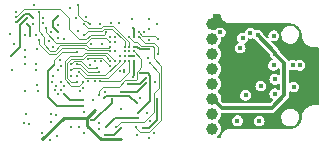
<source format=gbr>
%TF.GenerationSoftware,KiCad,Pcbnew,(7.0.0)*%
%TF.CreationDate,2023-07-05T17:24:14-07:00*%
%TF.ProjectId,Miniscope-v4-Wire-Free,4d696e69-7363-46f7-9065-2d76342d5769,rev?*%
%TF.SameCoordinates,Original*%
%TF.FileFunction,Copper,L5,Inr*%
%TF.FilePolarity,Positive*%
%FSLAX46Y46*%
G04 Gerber Fmt 4.6, Leading zero omitted, Abs format (unit mm)*
G04 Created by KiCad (PCBNEW (7.0.0)) date 2023-07-05 17:24:14*
%MOMM*%
%LPD*%
G01*
G04 APERTURE LIST*
%TA.AperFunction,ComponentPad*%
%ADD10C,1.000000*%
%TD*%
%TA.AperFunction,ViaPad*%
%ADD11C,0.304800*%
%TD*%
%TA.AperFunction,ViaPad*%
%ADD12C,0.254000*%
%TD*%
%TA.AperFunction,ViaPad*%
%ADD13C,0.400000*%
%TD*%
%TA.AperFunction,Conductor*%
%ADD14C,0.152400*%
%TD*%
%TA.AperFunction,Conductor*%
%ADD15C,0.101600*%
%TD*%
%TA.AperFunction,Conductor*%
%ADD16C,0.304800*%
%TD*%
%TA.AperFunction,Conductor*%
%ADD17C,0.254000*%
%TD*%
G04 APERTURE END LIST*
D10*
%TO.N,+3V3*%
%TO.C,J21*%
X97000000Y-60055000D03*
%TD*%
%TO.N,/I2C_BB_SCL*%
%TO.C,J22*%
X97000000Y-61325000D03*
%TD*%
%TO.N,/IR_REC*%
%TO.C,J24*%
X97000000Y-63865000D03*
%TD*%
%TO.N,/I_LED*%
%TO.C,J25*%
X97000000Y-65135000D03*
%TD*%
%TO.N,+1V8*%
%TO.C,J26*%
X97000000Y-66405000D03*
%TD*%
%TO.N,/nON*%
%TO.C,J27*%
X97000000Y-67675000D03*
%TD*%
%TO.N,/I2C_BB_SDA*%
%TO.C,J23*%
X97000000Y-62595000D03*
%TD*%
%TO.N,GND*%
%TO.C,J12*%
X97000000Y-68945000D03*
%TD*%
D11*
%TO.N,Net-(U1-FB1)*%
X87808100Y-66367500D03*
D12*
X90601400Y-66808300D03*
D11*
%TO.N,Net-(U1-FB2)*%
X90857000Y-66367500D03*
%TO.N,Net-(D2-K)*%
X82191800Y-65254200D03*
D12*
X84960400Y-58701000D03*
X84960400Y-58701000D03*
D11*
%TO.N,Net-(U1-SW1)*%
X87945402Y-69462600D03*
D12*
X89280600Y-68903800D03*
D11*
%TO.N,Net-(U1-SW2)*%
X90614100Y-69513400D03*
%TO.N,Net-(U6B-VSW)*%
X91615200Y-61410790D03*
D12*
%TO.N,Net-(Q2-B)*%
X86630160Y-60112368D03*
X85620800Y-58472400D03*
D11*
%TO.N,Net-(U1-PROG)*%
X87449600Y-68480000D03*
D12*
%TO.N,Net-(U1-HPWR)*%
X88491000Y-66473400D03*
X86738400Y-68213300D03*
D11*
%TO.N,GND*%
X81051000Y-68497400D03*
X83349700Y-68357700D03*
X85474133Y-59612893D03*
X81114500Y-65779600D03*
X92060200Y-69335600D03*
D13*
X99140000Y-68270000D03*
X102200000Y-63590000D03*
D11*
X83957611Y-64010396D03*
D13*
X103820000Y-63550000D03*
X100980000Y-68300000D03*
D11*
X83210000Y-61537800D03*
D13*
X102210000Y-61070000D03*
X99819400Y-66125600D03*
D11*
X81571700Y-61131400D03*
X83556203Y-64504598D03*
X86446800Y-64941400D03*
X83932200Y-66033600D03*
D13*
X99370000Y-62120000D03*
X104410000Y-63580000D03*
D11*
X86131000Y-67544900D03*
X82625800Y-69275800D03*
X85032200Y-68810200D03*
X82090200Y-63476200D03*
X91615200Y-69707000D03*
X83946500Y-60170600D03*
X88417000Y-59963000D03*
X83819600Y-69551500D03*
X81889200Y-58464400D03*
X85722400Y-68835600D03*
X81127200Y-62274400D03*
X89318700Y-67316300D03*
X90282200Y-64535000D03*
X82079700Y-63988900D03*
D12*
X89982200Y-62398200D03*
X88782200Y-62398200D03*
X81317700Y-60077300D03*
X89982200Y-62398200D03*
X88782200Y-62398200D03*
X90382200Y-63198200D03*
D11*
%TO.N,/SD_DAT2*%
X79844500Y-60890100D03*
%TO.N,/SD_DAT3*%
X80187400Y-61741000D03*
%TO.N,/SD_DAT0*%
X82067000Y-61017100D03*
%TO.N,/SD_CMD*%
X79971500Y-62769700D03*
D12*
X81305000Y-59569300D03*
D11*
%TO.N,/SD_CLK*%
X81130607Y-61000993D03*
%TO.N,/SD_DAT1*%
X80352500Y-59937600D03*
D12*
X81813000Y-59582000D03*
D11*
%TO.N,/USB_VBUS*%
X86933200Y-66502800D03*
%TO.N,/SWCLK*%
X86154200Y-60123400D03*
D12*
X89982200Y-61998200D03*
D11*
%TO.N,/SWDIO*%
X86116600Y-61029800D03*
D12*
X89582200Y-61998200D03*
D11*
%TO.N,+1V8*%
X91676198Y-62223610D03*
D13*
X100860800Y-61045600D03*
D11*
X81508200Y-68522800D03*
X81114500Y-63447200D03*
X82706100Y-60017900D03*
X91676174Y-59683600D03*
X84465600Y-66006475D03*
X84160800Y-63595200D03*
X88021597Y-68785053D03*
X82143200Y-62210900D03*
X91145275Y-68904400D03*
D13*
X102350000Y-62640000D03*
D11*
X85664425Y-60683005D03*
X87920000Y-65805000D03*
D12*
X86726200Y-61766400D03*
X89182200Y-62798200D03*
X90383800Y-62798200D03*
X86054800Y-66490800D03*
X92330200Y-66405000D03*
X89182200Y-62798200D03*
X86726200Y-61766400D03*
X90730600Y-68021100D03*
X90382200Y-61998200D03*
X89982200Y-62798200D03*
D11*
%TO.N,/SPI1_MOSI*%
X83451300Y-64966800D03*
D12*
X88782200Y-61198200D03*
X88782200Y-61198200D03*
D11*
%TO.N,/SPI1_MISO*%
X83787717Y-65298375D03*
D12*
X88382200Y-61198200D03*
X88382200Y-61198200D03*
%TO.N,/SPI1_SCK*%
X88782200Y-61598200D03*
X85787754Y-65731537D03*
X88782200Y-61598200D03*
X85787754Y-65731537D03*
%TO.N,/SPI1_NSS*%
X87640600Y-61791800D03*
X86052254Y-65490537D03*
X87640600Y-61791800D03*
D11*
%TO.N,/SDMMC1_D0*%
X82884880Y-60430360D03*
D12*
X88382200Y-61598200D03*
D11*
%TO.N,/SDMMC1_D1*%
X83982160Y-61273640D03*
X82675813Y-59581213D03*
%TO.N,/SDMMC1_D3*%
X80365202Y-59074000D03*
X84454600Y-61359968D03*
%TO.N,/SDMMC1_CMD*%
X80377900Y-59505800D03*
D12*
X87982200Y-60798200D03*
%TO.N,/SDMMC1_D2*%
X82309000Y-59073300D03*
X88382200Y-61998200D03*
D11*
%TO.N,/SDMMC1_CK*%
X82346400Y-61461600D03*
D12*
X88382200Y-62398200D03*
D11*
%TO.N,+3V3*%
X83946500Y-60720600D03*
X81216100Y-67684600D03*
D13*
X99133600Y-65490600D03*
D11*
X80035000Y-63950800D03*
X81114500Y-62833200D03*
X91424700Y-64644610D03*
X83792000Y-67802000D03*
X82259295Y-65741708D03*
X83311500Y-60720600D03*
D13*
X98930400Y-61020200D03*
D11*
X83652687Y-65681699D03*
D12*
X81813000Y-60077300D03*
X83946600Y-59416900D03*
X83551200Y-61995000D03*
X92365000Y-60039200D03*
D11*
X83300000Y-69880000D03*
D12*
X83946600Y-59416900D03*
X89901200Y-65144600D03*
X83551200Y-61995000D03*
X92365000Y-60039200D03*
X81813000Y-60077300D03*
D13*
%TO.N,/EWL_1*%
X102300000Y-65990000D03*
%TO.N,/EWL_2*%
X102299996Y-64770000D03*
D11*
%TO.N,/LED_PWM*%
X91245317Y-60771100D03*
%TO.N,VDC*%
X89307600Y-69800400D03*
X82625800Y-69830900D03*
X87043200Y-67349700D03*
%TO.N,/ENT*%
X90290855Y-60437692D03*
D12*
X90380880Y-61198200D03*
D11*
%TO.N,/VDD_PIX*%
X85546000Y-64489600D03*
X83627400Y-63519002D03*
D12*
X85546800Y-62490300D03*
X86046000Y-66989600D03*
D11*
%TO.N,/VDDA*%
X89129800Y-60025800D03*
%TO.N,/RESET_N*%
X84480000Y-65346075D03*
X86614267Y-63531700D03*
%TO.N,/TRIGGER0*%
X84165513Y-65676275D03*
X87550000Y-63250000D03*
%TO.N,/MONITOR0*%
X83330000Y-67690000D03*
D12*
X87475000Y-60072600D03*
X87475000Y-60072600D03*
D11*
%TO.N,/BAT+*%
X86125873Y-69346527D03*
D13*
%TO.N,/IR_REC*%
X101110000Y-65340000D03*
D11*
%TO.N,/XIN32*%
X91628400Y-60466300D03*
%TO.N,/XOUT32*%
X90167400Y-59640800D03*
%TO.N,/VDDCORE*%
X91589800Y-62993600D03*
%TO.N,/nRESET*%
X87437400Y-66084400D03*
D12*
X90382200Y-62398200D03*
D11*
%TO.N,/CLK1_OUT*%
X84150000Y-63150000D03*
X87058100Y-63224392D03*
D12*
%TO.N,/PCC_DEN2*%
X88382200Y-63198200D03*
X85546800Y-64992200D03*
%TO.N,/PCC_DATA0*%
X88382200Y-63598200D03*
X86471360Y-63041480D03*
%TO.N,/PCC_DEN1*%
X88782200Y-63198200D03*
X86046000Y-64989600D03*
%TO.N,/PCC_DATA1*%
X87250000Y-63836500D03*
X85046000Y-63489600D03*
%TO.N,/PCC_DATA3*%
X85045999Y-63988900D03*
X89182200Y-63198200D03*
%TO.N,/PCC_DATA2*%
X87423389Y-64153977D03*
X85546800Y-63493600D03*
%TO.N,/PCC_DATA5*%
X89153600Y-64042800D03*
X89582200Y-62798200D03*
X89153600Y-64042800D03*
X89582200Y-62798200D03*
%TO.N,/PCC_DATA4*%
X89582200Y-63198200D03*
X85724600Y-64141300D03*
D11*
%TO.N,/ADC0*%
X90536200Y-68776800D03*
D12*
X89982200Y-61198200D03*
D11*
%TO.N,/PCC_DATA7*%
X84175200Y-65002360D03*
D12*
X87462800Y-64921080D03*
X89982200Y-63198200D03*
%TO.N,/PCC_DATA6*%
X85048960Y-64494360D03*
X87056400Y-64916000D03*
X87056400Y-64916000D03*
X85048960Y-64494360D03*
D13*
%TO.N,/I2C_BB_SDA*%
X100238009Y-60867800D03*
D12*
X90782200Y-61198200D03*
X92381000Y-62595000D03*
D13*
%TO.N,/I2C_BB_SCL*%
X99565419Y-61285419D03*
D12*
X92402600Y-61317200D03*
X90782200Y-60798200D03*
D13*
%TO.N,/I_LED*%
X103900000Y-65410000D03*
D11*
X92123196Y-65025600D03*
%TO.N,/UART_RX*%
X91704600Y-68319600D03*
D12*
X89557454Y-64106237D03*
X89547946Y-64013589D03*
D11*
%TO.N,/UART_TX*%
X91441871Y-67629458D03*
D12*
X89582200Y-62398200D03*
X89582200Y-62398200D03*
D11*
%TO.N,/SD_DET*%
X86281200Y-59488402D03*
D12*
%TO.N,/PUSH_BUT_MCU*%
X89280600Y-65863790D03*
X91424700Y-65093500D03*
D13*
%TO.N,/nON*%
X97700000Y-60740000D03*
D12*
%TO.N,/3V3_EN*%
X90730600Y-67621100D03*
X90917200Y-64255600D03*
D11*
%TO.N,/nCHRG*%
X88872000Y-68810200D03*
X87398800Y-68962600D03*
D12*
X91692116Y-63424684D03*
%TD*%
D14*
%TO.N,Net-(U1-FB1)*%
X90601400Y-66808300D02*
X90601400Y-66782900D01*
X88007000Y-66168600D02*
X87808100Y-66367500D01*
X90601400Y-66782900D02*
X89987100Y-66168600D01*
X89987100Y-66168600D02*
X88007000Y-66168600D01*
%TO.N,Net-(U1-SW1)*%
X89280600Y-68903800D02*
X88721800Y-69462600D01*
X88721800Y-69462600D02*
X87945402Y-69462600D01*
D15*
%TO.N,Net-(Q2-B)*%
X86160291Y-59818599D02*
X86336391Y-59818599D01*
X85620800Y-58472400D02*
X85620800Y-59279108D01*
X86336391Y-59818599D02*
X86630160Y-60112368D01*
X85620800Y-59279108D02*
X86160291Y-59818599D01*
D14*
%TO.N,Net-(U1-HPWR)*%
X86743100Y-68218000D02*
X86738400Y-68213300D01*
X87031000Y-68218000D02*
X86743100Y-68218000D01*
X88491000Y-66473400D02*
X88491000Y-66758000D01*
X88491000Y-66758000D02*
X87031000Y-68218000D01*
%TO.N,GND*%
X90382200Y-63198200D02*
X90382200Y-64435000D01*
X81317700Y-60077300D02*
X81571700Y-60331300D01*
X81571700Y-60331300D02*
X81571700Y-61131400D01*
X90382200Y-64435000D02*
X90282200Y-64535000D01*
%TO.N,/SD_CMD*%
X79971500Y-62755300D02*
X79971500Y-62769700D01*
X80708100Y-62018700D02*
X79971500Y-62755300D01*
X81305000Y-59569300D02*
X80708100Y-60166200D01*
X80708100Y-60166200D02*
X80708100Y-62018700D01*
%TO.N,/SD_DAT1*%
X80485594Y-59937600D02*
X80352500Y-59937600D01*
X81495499Y-59264499D02*
X81158695Y-59264499D01*
X81158695Y-59264499D02*
X80485594Y-59937600D01*
X81813000Y-59582000D02*
X81495499Y-59264499D01*
D15*
%TO.N,/SWCLK*%
X87767600Y-60267800D02*
X87615200Y-60420200D01*
X86451000Y-60420200D02*
X86154200Y-60123400D01*
X87615200Y-60420200D02*
X86451000Y-60420200D01*
X89982200Y-61998200D02*
X89982200Y-61644200D01*
X89982200Y-61644200D02*
X88605800Y-60267800D01*
X88605800Y-60267800D02*
X87767600Y-60267800D01*
%TO.N,/SWDIO*%
X89582200Y-61554143D02*
X88524457Y-60496400D01*
X89582200Y-61998200D02*
X89582200Y-61554143D01*
X87843800Y-60496400D02*
X87640600Y-60699600D01*
X88524457Y-60496400D02*
X87843800Y-60496400D01*
X87640600Y-60699600D02*
X86472200Y-60699600D01*
X86142000Y-61029800D02*
X86116600Y-61029800D01*
X86472200Y-60699600D02*
X86142000Y-61029800D01*
D16*
%TO.N,+1V8*%
X102350000Y-62534800D02*
X102350000Y-62640000D01*
X100860800Y-61045600D02*
X102350000Y-62534800D01*
D14*
X90843512Y-62223610D02*
X91676198Y-62223610D01*
D16*
X97795000Y-67200000D02*
X97279010Y-66684010D01*
X103120000Y-66100000D02*
X102020000Y-67200000D01*
D14*
X86054800Y-66490800D02*
X84949925Y-66490800D01*
D16*
X102350000Y-62640000D02*
X103120000Y-63410000D01*
D14*
X90618102Y-61998200D02*
X90843512Y-62223610D01*
X92330200Y-66405000D02*
X92330200Y-68182698D01*
D16*
X103120000Y-63410000D02*
X103120000Y-66100000D01*
D14*
X88785550Y-68021100D02*
X88021597Y-68785053D01*
X92330200Y-68182698D02*
X91608498Y-68904400D01*
X84949925Y-66490800D02*
X84465600Y-66006475D01*
X90383800Y-62798200D02*
X89982200Y-62798200D01*
X90382200Y-61998200D02*
X90618102Y-61998200D01*
D16*
X102020000Y-67200000D02*
X97795000Y-67200000D01*
D14*
X91608498Y-68904400D02*
X91145275Y-68904400D01*
X90730600Y-68021100D02*
X88785550Y-68021100D01*
D16*
X97279010Y-66684010D02*
X97279010Y-66405000D01*
D15*
%TO.N,/SDMMC1_D0*%
X88042400Y-61258400D02*
X86751600Y-61258400D01*
X88382200Y-61598200D02*
X88042400Y-61258400D01*
X82884880Y-60757646D02*
X82884880Y-60430360D01*
X83792012Y-61664778D02*
X82884880Y-60757646D01*
X86345222Y-61664778D02*
X83792012Y-61664778D01*
X86751600Y-61258400D02*
X86345222Y-61664778D01*
X88382200Y-61598200D02*
X88377578Y-61593578D01*
%TO.N,/SDMMC1_CMD*%
X84897400Y-60521800D02*
X85761000Y-61385400D01*
X84897400Y-59556600D02*
X84897400Y-60521800D01*
X86700800Y-60979000D02*
X87801400Y-60979000D01*
X86294400Y-61385400D02*
X86700800Y-60979000D01*
X85761000Y-61385400D02*
X86294400Y-61385400D01*
X87801400Y-60979000D02*
X87982200Y-60798200D01*
X80377900Y-59505800D02*
X81089801Y-58793899D01*
X81089801Y-58793899D02*
X84134699Y-58793899D01*
X84134699Y-58793899D02*
X84897400Y-59556600D01*
%TO.N,/SDMMC1_D2*%
X86545839Y-62106739D02*
X88273661Y-62106739D01*
X82778200Y-61806200D02*
X83297200Y-62325200D01*
X82309000Y-60702840D02*
X82778200Y-61172040D01*
X82309000Y-59073300D02*
X82309000Y-60702840D01*
X88273661Y-62106739D02*
X88382200Y-61998200D01*
X83297200Y-62325200D02*
X83678200Y-62325200D01*
X82778200Y-61172040D02*
X82778200Y-61806200D01*
X86307089Y-61867989D02*
X86545839Y-62106739D01*
X83678200Y-62325200D02*
X84135411Y-61867989D01*
X84135411Y-61867989D02*
X86307089Y-61867989D01*
%TO.N,/SDMMC1_CK*%
X86167400Y-62071200D02*
X86406150Y-62309950D01*
X84287800Y-62071200D02*
X86167400Y-62071200D01*
X83779800Y-62579200D02*
X84287800Y-62071200D01*
X86406150Y-62309950D02*
X88181332Y-62309950D01*
X88269582Y-62398200D02*
X88382200Y-62398200D01*
X82346400Y-61780800D02*
X83144800Y-62579200D01*
X83144800Y-62579200D02*
X83779800Y-62579200D01*
X82346400Y-61461600D02*
X82346400Y-61780800D01*
X88181332Y-62309950D02*
X88269582Y-62398200D01*
D14*
%TO.N,+3V3*%
X97902200Y-60344000D02*
X97289000Y-60344000D01*
X91366390Y-64644610D02*
X91424700Y-64644610D01*
X83525800Y-59837700D02*
X83946600Y-59416900D01*
X83946500Y-60720600D02*
X83525800Y-60299900D01*
X98930400Y-61020200D02*
X98578400Y-61020200D01*
X89901200Y-65144600D02*
X90866400Y-65144600D01*
X90866400Y-65144600D02*
X91366390Y-64644610D01*
X83525800Y-60299900D02*
X83525800Y-59837700D01*
X98578400Y-61020200D02*
X97902200Y-60344000D01*
X97289000Y-60344000D02*
X97202810Y-60257810D01*
X97202810Y-60257810D02*
X97202810Y-60055000D01*
D17*
%TO.N,VDC*%
X87043200Y-67349700D02*
X86382799Y-68010101D01*
X86382799Y-68010101D02*
X86382799Y-68688281D01*
X87546119Y-69851601D02*
X89256399Y-69851601D01*
X84446599Y-68010101D02*
X86382799Y-68010101D01*
X86382799Y-68688281D02*
X87546119Y-69851601D01*
X82625800Y-69830900D02*
X84446599Y-68010101D01*
X89256399Y-69851601D02*
X89307600Y-69800400D01*
D14*
%TO.N,/ENT*%
X90380880Y-61198200D02*
X90380880Y-60527717D01*
X90380880Y-60527717D02*
X90290855Y-60437692D01*
D15*
%TO.N,/VDD_PIX*%
X84249700Y-62490300D02*
X83627400Y-63112600D01*
X85546800Y-62490300D02*
X84249700Y-62490300D01*
D14*
X83872200Y-66989600D02*
X83121099Y-66238499D01*
X83121099Y-66238499D02*
X83121099Y-64025303D01*
D15*
X83627400Y-63112600D02*
X83627400Y-63519002D01*
D14*
X86046000Y-66989600D02*
X83872200Y-66989600D01*
X83121099Y-64025303D02*
X83627400Y-63519002D01*
D15*
%TO.N,/nRESET*%
X91005600Y-63021600D02*
X91005600Y-63760800D01*
X90382200Y-62398200D02*
X91005600Y-63021600D01*
X90536200Y-64839800D02*
X89647200Y-64839800D01*
X91005600Y-63760800D02*
X90794901Y-63971499D01*
X89647200Y-64839800D02*
X89067700Y-65419300D01*
X90637800Y-64738200D02*
X90536200Y-64839800D01*
X87437400Y-65728800D02*
X87437400Y-66084400D01*
X89067700Y-65419300D02*
X87746900Y-65419300D01*
X87746900Y-65419300D02*
X87437400Y-65728800D01*
X90787787Y-63971499D02*
X90637800Y-64121486D01*
X90794901Y-63971499D02*
X90787787Y-63971499D01*
X90637800Y-64121486D02*
X90637800Y-64738200D01*
%TO.N,/PCC_DEN2*%
X86091211Y-63010989D02*
X85075211Y-63010989D01*
X86385829Y-62716371D02*
X86091211Y-63010989D01*
X85075211Y-63010989D02*
X84745000Y-63341200D01*
X88382200Y-63198200D02*
X87900371Y-62716371D01*
X84745000Y-63341200D02*
X84745000Y-64687400D01*
X84745000Y-64687400D02*
X85049800Y-64992200D01*
X85049800Y-64992200D02*
X85546800Y-64992200D01*
X87900371Y-62716371D02*
X86385829Y-62716371D01*
%TO.N,/PCC_DATA0*%
X88382200Y-63598200D02*
X87703582Y-62919582D01*
X87703582Y-62919582D02*
X86593258Y-62919582D01*
X86593258Y-62919582D02*
X86471360Y-63041480D01*
%TO.N,/PCC_DEN1*%
X85710200Y-65322400D02*
X86043000Y-64989600D01*
X85964222Y-62807778D02*
X84948222Y-62807778D01*
X85074780Y-65322400D02*
X85710200Y-65322400D01*
X86043000Y-64989600D02*
X86046000Y-64989600D01*
X88782200Y-63198200D02*
X88097160Y-62513160D01*
X84948222Y-62807778D02*
X84530800Y-63225200D01*
X84530800Y-63225200D02*
X84530800Y-64778420D01*
X84530800Y-64778420D02*
X85074780Y-65322400D01*
X86258840Y-62513160D02*
X85964222Y-62807778D01*
X88097160Y-62513160D02*
X86258840Y-62513160D01*
%TO.N,/PCC_DATA1*%
X86486500Y-63836500D02*
X87250000Y-63836500D01*
X85046000Y-63489600D02*
X85321401Y-63214199D01*
X85321401Y-63214199D02*
X85864199Y-63214199D01*
X85864199Y-63214199D02*
X86486500Y-63836500D01*
%TO.N,/PCC_DATA3*%
X86433387Y-64433387D02*
X87947013Y-64433387D01*
X85823800Y-63823800D02*
X86433387Y-64433387D01*
X85211099Y-63823800D02*
X85823800Y-63823800D01*
X87947013Y-64433387D02*
X89182200Y-63198200D01*
X85045999Y-63988900D02*
X85211099Y-63823800D01*
%TO.N,/PCC_DATA2*%
X85546800Y-63493600D02*
X85793600Y-63493600D01*
X85793600Y-63493600D02*
X86453977Y-64153977D01*
X86453977Y-64153977D02*
X87423389Y-64153977D01*
%TO.N,/PCC_DATA4*%
X86219898Y-64636598D02*
X88143802Y-64636598D01*
X88143802Y-64636598D02*
X89582200Y-63198200D01*
X85724600Y-64141300D02*
X86219898Y-64636598D01*
%TO.N,/ADC0*%
X92034800Y-62987494D02*
X92682000Y-63634694D01*
X92682000Y-63634694D02*
X92682000Y-68231200D01*
X90536200Y-68878400D02*
X90536200Y-68776800D01*
X90661306Y-61614000D02*
X90966116Y-61918810D01*
X92682000Y-68231200D02*
X91653800Y-69259400D01*
X90966116Y-61918810D02*
X91925228Y-61918810D01*
X89982200Y-61198200D02*
X90398000Y-61614000D01*
X92034800Y-62028382D02*
X92034800Y-62987494D01*
X91925228Y-61918810D02*
X92034800Y-62028382D01*
X90398000Y-61614000D02*
X90661306Y-61614000D01*
X91653800Y-69259400D02*
X90917200Y-69259400D01*
X90917200Y-69259400D02*
X90536200Y-68878400D01*
%TO.N,/PCC_DATA7*%
X89982200Y-63198200D02*
X89982200Y-64149200D01*
X89982200Y-64149200D02*
X89210320Y-64921080D01*
X89210320Y-64921080D02*
X87462800Y-64921080D01*
%TO.N,/I2C_BB_SDA*%
X92381000Y-62011000D02*
X92085600Y-61715600D01*
X91299600Y-61715600D02*
X90782200Y-61198200D01*
X92085600Y-61715600D02*
X91299600Y-61715600D01*
X92381000Y-62595000D02*
X92381000Y-62011000D01*
X90857000Y-61198200D02*
X90782200Y-61198200D01*
%TO.N,/I2C_BB_SCL*%
X92161301Y-61075901D02*
X91059901Y-61075901D01*
X92402600Y-61317200D02*
X92161301Y-61075901D01*
X91059901Y-61075901D02*
X90782200Y-60798200D01*
D14*
%TO.N,/PUSH_BUT_MCU*%
X90654410Y-65863790D02*
X91424700Y-65093500D01*
X89280600Y-65863790D02*
X90654410Y-65863790D01*
%TO.N,/3V3_EN*%
X90730600Y-67621100D02*
X91767599Y-66584101D01*
X91767599Y-66584101D02*
X91767599Y-64450501D01*
X91767599Y-64450501D02*
X91572698Y-64255600D01*
X91572698Y-64255600D02*
X90917200Y-64255600D01*
D15*
%TO.N,/nCHRG*%
X92466600Y-64199168D02*
X92466600Y-65500200D01*
X91192222Y-68380872D02*
X89301328Y-68380872D01*
X91692116Y-63424684D02*
X92466600Y-64199168D01*
X89301328Y-68380872D02*
X88872000Y-68810200D01*
X92034800Y-65932000D02*
X92034800Y-67538294D01*
X92466600Y-65500200D02*
X92034800Y-65932000D01*
X92034800Y-67538294D02*
X91192222Y-68380872D01*
%TD*%
%TA.AperFunction,Conductor*%
%TO.N,+3V3*%
G36*
X97700370Y-59292570D02*
G01*
X97726419Y-59336029D01*
X97737422Y-59391343D01*
X97754302Y-59476205D01*
X97812761Y-59617337D01*
X97897630Y-59744352D01*
X98005648Y-59852370D01*
X98132663Y-59937239D01*
X98273795Y-59995698D01*
X98423620Y-60025500D01*
X98494928Y-60025500D01*
X98500000Y-60025500D01*
X98508285Y-60025500D01*
X103591715Y-60025500D01*
X103596715Y-60025500D01*
X103603268Y-60025785D01*
X103762668Y-60039731D01*
X103775569Y-60042006D01*
X103926957Y-60082570D01*
X103939255Y-60087047D01*
X104081290Y-60153279D01*
X104092635Y-60159828D01*
X104220699Y-60249500D01*
X104221009Y-60249717D01*
X104231050Y-60258143D01*
X104341856Y-60368949D01*
X104350282Y-60378990D01*
X104422039Y-60481470D01*
X104440168Y-60507360D01*
X104446722Y-60518712D01*
X104459258Y-60545595D01*
X104503707Y-60640918D01*
X104512948Y-60660734D01*
X104517431Y-60673049D01*
X104525969Y-60704912D01*
X104557992Y-60824426D01*
X104560268Y-60837335D01*
X104574214Y-60996731D01*
X104574500Y-61003285D01*
X104574500Y-61089720D01*
X104575070Y-61092954D01*
X104575071Y-61092962D01*
X104605090Y-61263202D01*
X104605660Y-61266433D01*
X104606780Y-61269512D01*
X104606781Y-61269513D01*
X104665907Y-61431964D01*
X104665910Y-61431971D01*
X104667031Y-61435050D01*
X104668670Y-61437889D01*
X104668673Y-61437895D01*
X104755108Y-61587604D01*
X104756751Y-61590449D01*
X104758861Y-61592963D01*
X104758862Y-61592965D01*
X104848833Y-61700189D01*
X104872092Y-61727908D01*
X105009551Y-61843249D01*
X105012394Y-61844890D01*
X105012395Y-61844891D01*
X105067399Y-61876648D01*
X105164950Y-61932969D01*
X105333567Y-61994340D01*
X105510280Y-62025500D01*
X105513569Y-62025500D01*
X105924800Y-62025500D01*
X105962400Y-62035575D01*
X105989925Y-62063100D01*
X106000000Y-62100700D01*
X106000000Y-66899300D01*
X105989925Y-66936900D01*
X105962400Y-66964425D01*
X105924800Y-66974500D01*
X105608285Y-66974500D01*
X105600000Y-66974500D01*
X105510280Y-66974500D01*
X105507046Y-66975070D01*
X105507037Y-66975071D01*
X105336797Y-67005090D01*
X105336792Y-67005091D01*
X105333567Y-67005660D01*
X105330489Y-67006779D01*
X105330486Y-67006781D01*
X105168035Y-67065907D01*
X105168023Y-67065912D01*
X105164950Y-67067031D01*
X105162114Y-67068668D01*
X105162104Y-67068673D01*
X105012395Y-67155108D01*
X105012386Y-67155113D01*
X105009551Y-67156751D01*
X105007041Y-67158856D01*
X105007034Y-67158862D01*
X104874602Y-67269985D01*
X104874596Y-67269990D01*
X104872092Y-67272092D01*
X104869990Y-67274596D01*
X104869985Y-67274602D01*
X104758862Y-67407034D01*
X104758856Y-67407041D01*
X104756751Y-67409551D01*
X104755113Y-67412386D01*
X104755108Y-67412395D01*
X104668673Y-67562104D01*
X104668668Y-67562114D01*
X104667031Y-67564950D01*
X104665912Y-67568023D01*
X104665907Y-67568035D01*
X104616089Y-67704912D01*
X104605660Y-67733567D01*
X104605091Y-67736792D01*
X104605090Y-67736797D01*
X104575071Y-67907037D01*
X104575070Y-67907046D01*
X104574500Y-67910280D01*
X104574500Y-67913569D01*
X104574500Y-67996715D01*
X104574214Y-68003269D01*
X104560268Y-68162664D01*
X104557992Y-68175573D01*
X104517432Y-68326947D01*
X104512948Y-68339265D01*
X104446722Y-68481287D01*
X104440168Y-68492639D01*
X104350282Y-68621009D01*
X104341856Y-68631050D01*
X104231050Y-68741856D01*
X104221009Y-68750282D01*
X104092639Y-68840168D01*
X104081287Y-68846722D01*
X103939265Y-68912948D01*
X103926947Y-68917432D01*
X103775573Y-68957992D01*
X103762664Y-68960268D01*
X103603269Y-68974214D01*
X103596715Y-68974500D01*
X98508285Y-68974500D01*
X98500000Y-68974500D01*
X98423620Y-68974500D01*
X98419995Y-68975220D01*
X98419995Y-68975221D01*
X98277414Y-69003582D01*
X98277412Y-69003582D01*
X98273795Y-69004302D01*
X98270392Y-69005711D01*
X98270387Y-69005713D01*
X98136075Y-69061347D01*
X98136069Y-69061350D01*
X98132663Y-69062761D01*
X98129592Y-69064812D01*
X98129588Y-69064815D01*
X98008717Y-69145579D01*
X98008714Y-69145580D01*
X98005648Y-69147630D01*
X98003041Y-69150236D01*
X98003036Y-69150241D01*
X97900241Y-69253036D01*
X97900236Y-69253041D01*
X97897630Y-69255648D01*
X97895580Y-69258714D01*
X97895579Y-69258717D01*
X97814815Y-69379588D01*
X97814812Y-69379592D01*
X97812761Y-69382663D01*
X97811350Y-69386069D01*
X97811347Y-69386075D01*
X97755713Y-69520387D01*
X97755711Y-69520392D01*
X97754302Y-69523795D01*
X97753582Y-69527412D01*
X97753582Y-69527414D01*
X97726419Y-69663971D01*
X97700370Y-69707430D01*
X97652664Y-69724500D01*
X97438606Y-69724500D01*
X97393387Y-69709386D01*
X97366345Y-69670118D01*
X97368350Y-69622482D01*
X97398597Y-69585626D01*
X97407338Y-69580133D01*
X97473400Y-69538624D01*
X97593624Y-69418400D01*
X97684082Y-69274437D01*
X97740237Y-69113954D01*
X97759274Y-68945000D01*
X97740237Y-68776046D01*
X97684082Y-68615563D01*
X97593624Y-68471600D01*
X97485198Y-68363174D01*
X97465734Y-68329463D01*
X97465734Y-68290537D01*
X97477592Y-68270000D01*
X98680826Y-68270000D01*
X98681591Y-68275321D01*
X98698660Y-68394042D01*
X98698661Y-68394047D01*
X98699426Y-68399364D01*
X98701659Y-68404253D01*
X98701660Y-68404257D01*
X98751481Y-68513351D01*
X98751483Y-68513354D01*
X98753718Y-68518248D01*
X98839305Y-68617021D01*
X98857145Y-68628486D01*
X98932219Y-68676733D01*
X98949252Y-68687679D01*
X99074653Y-68724500D01*
X99199966Y-68724500D01*
X99205347Y-68724500D01*
X99330748Y-68687679D01*
X99440695Y-68617021D01*
X99526282Y-68518248D01*
X99580574Y-68399364D01*
X99594861Y-68300000D01*
X100520826Y-68300000D01*
X100521591Y-68305321D01*
X100538660Y-68424042D01*
X100538661Y-68424047D01*
X100539426Y-68429364D01*
X100541659Y-68434253D01*
X100541660Y-68434257D01*
X100591481Y-68543351D01*
X100591483Y-68543354D01*
X100593718Y-68548248D01*
X100679305Y-68647021D01*
X100683832Y-68649930D01*
X100778933Y-68711048D01*
X100789252Y-68717679D01*
X100914653Y-68754500D01*
X101039966Y-68754500D01*
X101045347Y-68754500D01*
X101170748Y-68717679D01*
X101280695Y-68647021D01*
X101366282Y-68548248D01*
X101420574Y-68429364D01*
X101439174Y-68300000D01*
X101420574Y-68170636D01*
X101366282Y-68051752D01*
X101359509Y-68043935D01*
X102845669Y-68043935D01*
X102846429Y-68048249D01*
X102846430Y-68048254D01*
X102875374Y-68212397D01*
X102876135Y-68216711D01*
X102877866Y-68220725D01*
X102877868Y-68220730D01*
X102943888Y-68373783D01*
X102943890Y-68373786D01*
X102945623Y-68377804D01*
X103050390Y-68518530D01*
X103184786Y-68631302D01*
X103341567Y-68710040D01*
X103512279Y-68750500D01*
X103641522Y-68750500D01*
X103643709Y-68750500D01*
X103774255Y-68735241D01*
X103939117Y-68675237D01*
X104085696Y-68578830D01*
X104206092Y-68451218D01*
X104293812Y-68299281D01*
X104344130Y-68131210D01*
X104354331Y-67956065D01*
X104323865Y-67783289D01*
X104254377Y-67622196D01*
X104149610Y-67481470D01*
X104102752Y-67442151D01*
X104018569Y-67371513D01*
X104018567Y-67371512D01*
X104015214Y-67368698D01*
X104011302Y-67366733D01*
X104011300Y-67366732D01*
X103862343Y-67291923D01*
X103862338Y-67291921D01*
X103858433Y-67289960D01*
X103854176Y-67288951D01*
X103691985Y-67250510D01*
X103691980Y-67250509D01*
X103687721Y-67249500D01*
X103556291Y-67249500D01*
X103554129Y-67249752D01*
X103554123Y-67249753D01*
X103430095Y-67264250D01*
X103430090Y-67264251D01*
X103425745Y-67264759D01*
X103421633Y-67266255D01*
X103421627Y-67266257D01*
X103264993Y-67323266D01*
X103264985Y-67323270D01*
X103260883Y-67324763D01*
X103257234Y-67327162D01*
X103257228Y-67327166D01*
X103117960Y-67418765D01*
X103117957Y-67418766D01*
X103114304Y-67421170D01*
X103111303Y-67424350D01*
X103111298Y-67424355D01*
X102996914Y-67545595D01*
X102996911Y-67545598D01*
X102993908Y-67548782D01*
X102991721Y-67552569D01*
X102991718Y-67552574D01*
X102908377Y-67696926D01*
X102908374Y-67696931D01*
X102906188Y-67700719D01*
X102904934Y-67704906D01*
X102904932Y-67704912D01*
X102857126Y-67864592D01*
X102857124Y-67864598D01*
X102855870Y-67868790D01*
X102855615Y-67873161D01*
X102855615Y-67873164D01*
X102845923Y-68039559D01*
X102845923Y-68039566D01*
X102845669Y-68043935D01*
X101359509Y-68043935D01*
X101280695Y-67952979D01*
X101276167Y-67950069D01*
X101175274Y-67885229D01*
X101175270Y-67885227D01*
X101170748Y-67882321D01*
X101165587Y-67880805D01*
X101165586Y-67880805D01*
X101050509Y-67847015D01*
X101050504Y-67847014D01*
X101045347Y-67845500D01*
X100914653Y-67845500D01*
X100909496Y-67847014D01*
X100909490Y-67847015D01*
X100794413Y-67880805D01*
X100794409Y-67880806D01*
X100789252Y-67882321D01*
X100784731Y-67885225D01*
X100784725Y-67885229D01*
X100683832Y-67950069D01*
X100683828Y-67950071D01*
X100679305Y-67952979D01*
X100675783Y-67957042D01*
X100675780Y-67957046D01*
X100597243Y-68047683D01*
X100597240Y-68047686D01*
X100593718Y-68051752D01*
X100591484Y-68056642D01*
X100591481Y-68056648D01*
X100541660Y-68165742D01*
X100541658Y-68165748D01*
X100539426Y-68170636D01*
X100538661Y-68175950D01*
X100538660Y-68175957D01*
X100525904Y-68264679D01*
X100520826Y-68300000D01*
X99594861Y-68300000D01*
X99599174Y-68270000D01*
X99580574Y-68140636D01*
X99526282Y-68021752D01*
X99440695Y-67922979D01*
X99415889Y-67907037D01*
X99335274Y-67855229D01*
X99335270Y-67855227D01*
X99330748Y-67852321D01*
X99325587Y-67850805D01*
X99325586Y-67850805D01*
X99210509Y-67817015D01*
X99210504Y-67817014D01*
X99205347Y-67815500D01*
X99074653Y-67815500D01*
X99069496Y-67817014D01*
X99069490Y-67817015D01*
X98954413Y-67850805D01*
X98954409Y-67850806D01*
X98949252Y-67852321D01*
X98944731Y-67855225D01*
X98944725Y-67855229D01*
X98843832Y-67920069D01*
X98843828Y-67920071D01*
X98839305Y-67922979D01*
X98835783Y-67927042D01*
X98835780Y-67927046D01*
X98757243Y-68017683D01*
X98757240Y-68017686D01*
X98753718Y-68021752D01*
X98751484Y-68026642D01*
X98751481Y-68026648D01*
X98701660Y-68135742D01*
X98701658Y-68135748D01*
X98699426Y-68140636D01*
X98698661Y-68145950D01*
X98698660Y-68145957D01*
X98687910Y-68220730D01*
X98680826Y-68270000D01*
X97477592Y-68270000D01*
X97485198Y-68256826D01*
X97529627Y-68212397D01*
X97593624Y-68148400D01*
X97684082Y-68004437D01*
X97740237Y-67843954D01*
X97759274Y-67675000D01*
X97760661Y-67675156D01*
X97768876Y-67644500D01*
X97796401Y-67616975D01*
X97834001Y-67606900D01*
X102078527Y-67606900D01*
X102084446Y-67606900D01*
X102109657Y-67598708D01*
X102121125Y-67595955D01*
X102147306Y-67591809D01*
X102170924Y-67579773D01*
X102181815Y-67575262D01*
X102207032Y-67567070D01*
X102228477Y-67551487D01*
X102238533Y-67545325D01*
X102262151Y-67533292D01*
X102353292Y-67442151D01*
X102353292Y-67442150D01*
X103430366Y-66365077D01*
X103430366Y-66365076D01*
X103453292Y-66342151D01*
X103465325Y-66318533D01*
X103471490Y-66308474D01*
X103483589Y-66291823D01*
X103483589Y-66291822D01*
X103487070Y-66287032D01*
X103495262Y-66261815D01*
X103499773Y-66250924D01*
X103511809Y-66227306D01*
X103515955Y-66201125D01*
X103518708Y-66189657D01*
X103526900Y-66164446D01*
X103526900Y-66035554D01*
X103526900Y-65848207D01*
X103537427Y-65809835D01*
X103566060Y-65782206D01*
X103604784Y-65773055D01*
X103642756Y-65784945D01*
X103683883Y-65811376D01*
X103709252Y-65827679D01*
X103834653Y-65864500D01*
X103959966Y-65864500D01*
X103965347Y-65864500D01*
X104090748Y-65827679D01*
X104200695Y-65757021D01*
X104286282Y-65658248D01*
X104340574Y-65539364D01*
X104359174Y-65410000D01*
X104340574Y-65280636D01*
X104286282Y-65161752D01*
X104200695Y-65062979D01*
X104196167Y-65060069D01*
X104095274Y-64995229D01*
X104095270Y-64995227D01*
X104090748Y-64992321D01*
X104085587Y-64990805D01*
X104085586Y-64990805D01*
X103970509Y-64957015D01*
X103970504Y-64957014D01*
X103965347Y-64955500D01*
X103834653Y-64955500D01*
X103829496Y-64957014D01*
X103829490Y-64957015D01*
X103714413Y-64990805D01*
X103714409Y-64990806D01*
X103709252Y-64992321D01*
X103704731Y-64995225D01*
X103704725Y-64995229D01*
X103642756Y-65035055D01*
X103604784Y-65046945D01*
X103566060Y-65037794D01*
X103537427Y-65010165D01*
X103526900Y-64971793D01*
X103526900Y-64037108D01*
X103542990Y-63990621D01*
X103584374Y-63964027D01*
X103629070Y-63968296D01*
X103629252Y-63967679D01*
X103754653Y-64004500D01*
X103879966Y-64004500D01*
X103885347Y-64004500D01*
X104010748Y-63967679D01*
X104051005Y-63941806D01*
X104091659Y-63929870D01*
X104132313Y-63941807D01*
X104219252Y-63997679D01*
X104344653Y-64034500D01*
X104469966Y-64034500D01*
X104475347Y-64034500D01*
X104600748Y-63997679D01*
X104710695Y-63927021D01*
X104796282Y-63828248D01*
X104850574Y-63709364D01*
X104869174Y-63580000D01*
X104850574Y-63450636D01*
X104796282Y-63331752D01*
X104710695Y-63232979D01*
X104706060Y-63230000D01*
X104605274Y-63165229D01*
X104605270Y-63165227D01*
X104600748Y-63162321D01*
X104595587Y-63160805D01*
X104595586Y-63160805D01*
X104480509Y-63127015D01*
X104480504Y-63127014D01*
X104475347Y-63125500D01*
X104344653Y-63125500D01*
X104339496Y-63127014D01*
X104339490Y-63127015D01*
X104224415Y-63160804D01*
X104224408Y-63160806D01*
X104219252Y-63162321D01*
X104214727Y-63165228D01*
X104214720Y-63165232D01*
X104178994Y-63188191D01*
X104138339Y-63200128D01*
X104097685Y-63188191D01*
X104030360Y-63144925D01*
X104010748Y-63132321D01*
X104005587Y-63130805D01*
X104005586Y-63130805D01*
X103890509Y-63097015D01*
X103890504Y-63097014D01*
X103885347Y-63095500D01*
X103754653Y-63095500D01*
X103749496Y-63097014D01*
X103749490Y-63097015D01*
X103634413Y-63130805D01*
X103634409Y-63130806D01*
X103629252Y-63132321D01*
X103624727Y-63135228D01*
X103624727Y-63135229D01*
X103550669Y-63182822D01*
X103515019Y-63194592D01*
X103478122Y-63187661D01*
X103453670Y-63167470D01*
X103453292Y-63167849D01*
X103430368Y-63144925D01*
X103430366Y-63144922D01*
X102795541Y-62510098D01*
X102780311Y-62488164D01*
X102770655Y-62467021D01*
X102736282Y-62391752D01*
X102732756Y-62387682D01*
X102732514Y-62387306D01*
X102724256Y-62369886D01*
X102717070Y-62347768D01*
X102701487Y-62326320D01*
X102695325Y-62316265D01*
X102685980Y-62297925D01*
X102683292Y-62292649D01*
X102592153Y-62201510D01*
X102592151Y-62201507D01*
X102028075Y-61637431D01*
X102006635Y-61593629D01*
X102016576Y-61545884D01*
X102053717Y-61514278D01*
X102102433Y-61512103D01*
X102144653Y-61524500D01*
X102269966Y-61524500D01*
X102275347Y-61524500D01*
X102400748Y-61487679D01*
X102510695Y-61417021D01*
X102596282Y-61318248D01*
X102650574Y-61199364D01*
X102669174Y-61070000D01*
X102665426Y-61043935D01*
X102845669Y-61043935D01*
X102846429Y-61048249D01*
X102846430Y-61048254D01*
X102873939Y-61204257D01*
X102876135Y-61216711D01*
X102877866Y-61220725D01*
X102877868Y-61220730D01*
X102943888Y-61373783D01*
X102943890Y-61373786D01*
X102945623Y-61377804D01*
X103050390Y-61518530D01*
X103184786Y-61631302D01*
X103341567Y-61710040D01*
X103512279Y-61750500D01*
X103641522Y-61750500D01*
X103643709Y-61750500D01*
X103774255Y-61735241D01*
X103939117Y-61675237D01*
X104085696Y-61578830D01*
X104206092Y-61451218D01*
X104293812Y-61299281D01*
X104344130Y-61131210D01*
X104354331Y-60956065D01*
X104323865Y-60783289D01*
X104254377Y-60622196D01*
X104149610Y-60481470D01*
X104146253Y-60478653D01*
X104018569Y-60371513D01*
X104018567Y-60371512D01*
X104015214Y-60368698D01*
X104011302Y-60366733D01*
X104011300Y-60366732D01*
X103862343Y-60291923D01*
X103862338Y-60291921D01*
X103858433Y-60289960D01*
X103854176Y-60288951D01*
X103691985Y-60250510D01*
X103691980Y-60250509D01*
X103687721Y-60249500D01*
X103556291Y-60249500D01*
X103554129Y-60249752D01*
X103554123Y-60249753D01*
X103430095Y-60264250D01*
X103430090Y-60264251D01*
X103425745Y-60264759D01*
X103421633Y-60266255D01*
X103421627Y-60266257D01*
X103264993Y-60323266D01*
X103264985Y-60323270D01*
X103260883Y-60324763D01*
X103257234Y-60327162D01*
X103257228Y-60327166D01*
X103117960Y-60418765D01*
X103117957Y-60418766D01*
X103114304Y-60421170D01*
X103111303Y-60424350D01*
X103111298Y-60424355D01*
X102996914Y-60545595D01*
X102996911Y-60545598D01*
X102993908Y-60548782D01*
X102991721Y-60552569D01*
X102991718Y-60552574D01*
X102908377Y-60696926D01*
X102908374Y-60696931D01*
X102906188Y-60700719D01*
X102904934Y-60704906D01*
X102904932Y-60704912D01*
X102857126Y-60864592D01*
X102857124Y-60864598D01*
X102855870Y-60868790D01*
X102855615Y-60873161D01*
X102855615Y-60873164D01*
X102845923Y-61039559D01*
X102845923Y-61039566D01*
X102845669Y-61043935D01*
X102665426Y-61043935D01*
X102650574Y-60940636D01*
X102634803Y-60906103D01*
X102598518Y-60826648D01*
X102598517Y-60826647D01*
X102596282Y-60821752D01*
X102510695Y-60722979D01*
X102479056Y-60702646D01*
X102405274Y-60655229D01*
X102405270Y-60655227D01*
X102400748Y-60652321D01*
X102395587Y-60650805D01*
X102395586Y-60650805D01*
X102280509Y-60617015D01*
X102280504Y-60617014D01*
X102275347Y-60615500D01*
X102144653Y-60615500D01*
X102139496Y-60617014D01*
X102139490Y-60617015D01*
X102024413Y-60650805D01*
X102024409Y-60650806D01*
X102019252Y-60652321D01*
X102014731Y-60655225D01*
X102014725Y-60655229D01*
X101913832Y-60720069D01*
X101913828Y-60720071D01*
X101909305Y-60722979D01*
X101905783Y-60727042D01*
X101905780Y-60727046D01*
X101827243Y-60817683D01*
X101827240Y-60817686D01*
X101823718Y-60821752D01*
X101821484Y-60826642D01*
X101821481Y-60826648D01*
X101771660Y-60935742D01*
X101771658Y-60935748D01*
X101769426Y-60940636D01*
X101768661Y-60945950D01*
X101768660Y-60945957D01*
X101751591Y-61064679D01*
X101750826Y-61070000D01*
X101751591Y-61075321D01*
X101767399Y-61185271D01*
X101759598Y-61230829D01*
X101726625Y-61263219D01*
X101680935Y-61270205D01*
X101639790Y-61249147D01*
X101306342Y-60915699D01*
X101291111Y-60893764D01*
X101282203Y-60874257D01*
X101247082Y-60797352D01*
X101239174Y-60788226D01*
X101165019Y-60702646D01*
X101161495Y-60698579D01*
X101121774Y-60673052D01*
X101056074Y-60630829D01*
X101056070Y-60630827D01*
X101051548Y-60627921D01*
X101046387Y-60626405D01*
X101046386Y-60626405D01*
X100931309Y-60592615D01*
X100931304Y-60592614D01*
X100926147Y-60591100D01*
X100795453Y-60591100D01*
X100790290Y-60592615D01*
X100790289Y-60592616D01*
X100685722Y-60623319D01*
X100643349Y-60623319D01*
X100607706Y-60600412D01*
X100538704Y-60520779D01*
X100526211Y-60512750D01*
X100433283Y-60453029D01*
X100433279Y-60453027D01*
X100428757Y-60450121D01*
X100423596Y-60448605D01*
X100423595Y-60448605D01*
X100308518Y-60414815D01*
X100308513Y-60414814D01*
X100303356Y-60413300D01*
X100172662Y-60413300D01*
X100167505Y-60414814D01*
X100167499Y-60414815D01*
X100052422Y-60448605D01*
X100052418Y-60448606D01*
X100047261Y-60450121D01*
X100042740Y-60453025D01*
X100042734Y-60453029D01*
X99941841Y-60517869D01*
X99941837Y-60517871D01*
X99937314Y-60520779D01*
X99933792Y-60524842D01*
X99933789Y-60524846D01*
X99855252Y-60615483D01*
X99855249Y-60615486D01*
X99851727Y-60619552D01*
X99849493Y-60624442D01*
X99849490Y-60624448D01*
X99799669Y-60733542D01*
X99799667Y-60733548D01*
X99797435Y-60738436D01*
X99796670Y-60743750D01*
X99796669Y-60743757D01*
X99790276Y-60788226D01*
X99772673Y-60826770D01*
X99737028Y-60849678D01*
X99694655Y-60849678D01*
X99635929Y-60832435D01*
X99630766Y-60830919D01*
X99500072Y-60830919D01*
X99494915Y-60832433D01*
X99494909Y-60832434D01*
X99379832Y-60866224D01*
X99379828Y-60866225D01*
X99374671Y-60867740D01*
X99370150Y-60870644D01*
X99370144Y-60870648D01*
X99269251Y-60935488D01*
X99269247Y-60935490D01*
X99264724Y-60938398D01*
X99261202Y-60942461D01*
X99261199Y-60942465D01*
X99182662Y-61033102D01*
X99182659Y-61033105D01*
X99179137Y-61037171D01*
X99176903Y-61042061D01*
X99176900Y-61042067D01*
X99127079Y-61151161D01*
X99127077Y-61151167D01*
X99124845Y-61156055D01*
X99124080Y-61161369D01*
X99124079Y-61161376D01*
X99115546Y-61220730D01*
X99106245Y-61285419D01*
X99107010Y-61290740D01*
X99124079Y-61409461D01*
X99124080Y-61409466D01*
X99124845Y-61414783D01*
X99127078Y-61419672D01*
X99127079Y-61419676D01*
X99176900Y-61528770D01*
X99176902Y-61528773D01*
X99179137Y-61533667D01*
X99218271Y-61578830D01*
X99219032Y-61579708D01*
X99237314Y-61625373D01*
X99223458Y-61672569D01*
X99188727Y-61697304D01*
X99189306Y-61698571D01*
X99184410Y-61700806D01*
X99179252Y-61702321D01*
X99174731Y-61705225D01*
X99174725Y-61705229D01*
X99073832Y-61770069D01*
X99073828Y-61770071D01*
X99069305Y-61772979D01*
X99065783Y-61777042D01*
X99065780Y-61777046D01*
X98987243Y-61867683D01*
X98987240Y-61867686D01*
X98983718Y-61871752D01*
X98981484Y-61876642D01*
X98981481Y-61876648D01*
X98931660Y-61985742D01*
X98931658Y-61985748D01*
X98929426Y-61990636D01*
X98928661Y-61995950D01*
X98928660Y-61995957D01*
X98919007Y-62063100D01*
X98910826Y-62120000D01*
X98911591Y-62125321D01*
X98928660Y-62244042D01*
X98928661Y-62244047D01*
X98929426Y-62249364D01*
X98931659Y-62254253D01*
X98931660Y-62254257D01*
X98981481Y-62363351D01*
X98981483Y-62363354D01*
X98983718Y-62368248D01*
X99069305Y-62467021D01*
X99179252Y-62537679D01*
X99304653Y-62574500D01*
X99429966Y-62574500D01*
X99435347Y-62574500D01*
X99560748Y-62537679D01*
X99670695Y-62467021D01*
X99756282Y-62368248D01*
X99810574Y-62249364D01*
X99829174Y-62120000D01*
X99810574Y-61990636D01*
X99787695Y-61940537D01*
X99758518Y-61876648D01*
X99758517Y-61876647D01*
X99756282Y-61871752D01*
X99716385Y-61825708D01*
X99698104Y-61780038D01*
X99711969Y-61732837D01*
X99746692Y-61708117D01*
X99746113Y-61706848D01*
X99751005Y-61704613D01*
X99756167Y-61703098D01*
X99866114Y-61632440D01*
X99951701Y-61533667D01*
X100005993Y-61414783D01*
X100013152Y-61364990D01*
X100030753Y-61326449D01*
X100066399Y-61303540D01*
X100108771Y-61303540D01*
X100172662Y-61322300D01*
X100297975Y-61322300D01*
X100303356Y-61322300D01*
X100413087Y-61290080D01*
X100455458Y-61290080D01*
X100491102Y-61312987D01*
X100560105Y-61392621D01*
X100670052Y-61463279D01*
X100698328Y-61471581D01*
X100730318Y-61490561D01*
X101874986Y-62635229D01*
X101896246Y-62677700D01*
X101908659Y-62764035D01*
X101908660Y-62764040D01*
X101909426Y-62769364D01*
X101911662Y-62774260D01*
X101961481Y-62883351D01*
X101961483Y-62883354D01*
X101963718Y-62888248D01*
X102049305Y-62987021D01*
X102053832Y-62989930D01*
X102096128Y-63017112D01*
X102123876Y-63049134D01*
X102129907Y-63091075D01*
X102112305Y-63129619D01*
X102076659Y-63152528D01*
X102014411Y-63170806D01*
X102014409Y-63170806D01*
X102009252Y-63172321D01*
X102004731Y-63175225D01*
X102004725Y-63175229D01*
X101903832Y-63240069D01*
X101903828Y-63240071D01*
X101899305Y-63242979D01*
X101895783Y-63247042D01*
X101895780Y-63247046D01*
X101817243Y-63337683D01*
X101817240Y-63337686D01*
X101813718Y-63341752D01*
X101811484Y-63346642D01*
X101811481Y-63346648D01*
X101761660Y-63455742D01*
X101761658Y-63455748D01*
X101759426Y-63460636D01*
X101758661Y-63465950D01*
X101758660Y-63465957D01*
X101743029Y-63574679D01*
X101740826Y-63590000D01*
X101741591Y-63595321D01*
X101758660Y-63714042D01*
X101758661Y-63714047D01*
X101759426Y-63719364D01*
X101761659Y-63724253D01*
X101761660Y-63724257D01*
X101811481Y-63833351D01*
X101811483Y-63833354D01*
X101813718Y-63838248D01*
X101899305Y-63937021D01*
X101948607Y-63968705D01*
X101993691Y-63997679D01*
X102009252Y-64007679D01*
X102134653Y-64044500D01*
X102259966Y-64044500D01*
X102265347Y-64044500D01*
X102390748Y-64007679D01*
X102500695Y-63937021D01*
X102581069Y-63844263D01*
X102619302Y-63820646D01*
X102664180Y-63823051D01*
X102699671Y-63850622D01*
X102713100Y-63893510D01*
X102713100Y-64357502D01*
X102702573Y-64395874D01*
X102673940Y-64423503D01*
X102635216Y-64432654D01*
X102597244Y-64420764D01*
X102495270Y-64355229D01*
X102495266Y-64355227D01*
X102490744Y-64352321D01*
X102485583Y-64350805D01*
X102485582Y-64350805D01*
X102370505Y-64317015D01*
X102370500Y-64317014D01*
X102365343Y-64315500D01*
X102234649Y-64315500D01*
X102229492Y-64317014D01*
X102229486Y-64317015D01*
X102114409Y-64350805D01*
X102114405Y-64350806D01*
X102109248Y-64352321D01*
X102104727Y-64355225D01*
X102104721Y-64355229D01*
X102003828Y-64420069D01*
X102003824Y-64420071D01*
X101999301Y-64422979D01*
X101995779Y-64427042D01*
X101995776Y-64427046D01*
X101917239Y-64517683D01*
X101917236Y-64517686D01*
X101913714Y-64521752D01*
X101911480Y-64526642D01*
X101911477Y-64526648D01*
X101861656Y-64635742D01*
X101861654Y-64635748D01*
X101859422Y-64640636D01*
X101858657Y-64645950D01*
X101858656Y-64645957D01*
X101841587Y-64764679D01*
X101840822Y-64770000D01*
X101841587Y-64775321D01*
X101858656Y-64894042D01*
X101858657Y-64894047D01*
X101859422Y-64899364D01*
X101861655Y-64904253D01*
X101861656Y-64904257D01*
X101911477Y-65013351D01*
X101911479Y-65013354D01*
X101913714Y-65018248D01*
X101999301Y-65117021D01*
X102109248Y-65187679D01*
X102234649Y-65224500D01*
X102359962Y-65224500D01*
X102365343Y-65224500D01*
X102490744Y-65187679D01*
X102597244Y-65119235D01*
X102635216Y-65107346D01*
X102673940Y-65116497D01*
X102702573Y-65144126D01*
X102713100Y-65182498D01*
X102713100Y-65577499D01*
X102702573Y-65615871D01*
X102673940Y-65643500D01*
X102635216Y-65652651D01*
X102597244Y-65640761D01*
X102495274Y-65575229D01*
X102495270Y-65575227D01*
X102490748Y-65572321D01*
X102485587Y-65570805D01*
X102485586Y-65570805D01*
X102370509Y-65537015D01*
X102370504Y-65537014D01*
X102365347Y-65535500D01*
X102234653Y-65535500D01*
X102229496Y-65537014D01*
X102229490Y-65537015D01*
X102114413Y-65570805D01*
X102114409Y-65570806D01*
X102109252Y-65572321D01*
X102104731Y-65575225D01*
X102104725Y-65575229D01*
X102003832Y-65640069D01*
X102003828Y-65640071D01*
X101999305Y-65642979D01*
X101995783Y-65647042D01*
X101995780Y-65647046D01*
X101917243Y-65737683D01*
X101917240Y-65737686D01*
X101913718Y-65741752D01*
X101911484Y-65746642D01*
X101911481Y-65746648D01*
X101861660Y-65855742D01*
X101861658Y-65855748D01*
X101859426Y-65860636D01*
X101858661Y-65865950D01*
X101858660Y-65865957D01*
X101841591Y-65984679D01*
X101840826Y-65990000D01*
X101841591Y-65995321D01*
X101858660Y-66114042D01*
X101858661Y-66114047D01*
X101859426Y-66119364D01*
X101861659Y-66124253D01*
X101861660Y-66124257D01*
X101911481Y-66233351D01*
X101911483Y-66233354D01*
X101913718Y-66238248D01*
X101917243Y-66242316D01*
X101978719Y-66313264D01*
X101999305Y-66337021D01*
X102108444Y-66407160D01*
X102136914Y-66440817D01*
X102141627Y-66484651D01*
X102120961Y-66523594D01*
X101873483Y-66771074D01*
X101849086Y-66787376D01*
X101820308Y-66793100D01*
X97994691Y-66793100D01*
X97965913Y-66787376D01*
X97941517Y-66771074D01*
X97766265Y-66595822D01*
X97748459Y-66567485D01*
X97744712Y-66534231D01*
X97759274Y-66405000D01*
X97740237Y-66236046D01*
X97701591Y-66125600D01*
X99360226Y-66125600D01*
X99360991Y-66130921D01*
X99378060Y-66249642D01*
X99378061Y-66249647D01*
X99378826Y-66254964D01*
X99381059Y-66259853D01*
X99381060Y-66259857D01*
X99430881Y-66368951D01*
X99430883Y-66368954D01*
X99433118Y-66373848D01*
X99518705Y-66472621D01*
X99573678Y-66507950D01*
X99614566Y-66534227D01*
X99628652Y-66543279D01*
X99754053Y-66580100D01*
X99879366Y-66580100D01*
X99884747Y-66580100D01*
X100010148Y-66543279D01*
X100120095Y-66472621D01*
X100205682Y-66373848D01*
X100259974Y-66254964D01*
X100278574Y-66125600D01*
X100259974Y-65996236D01*
X100205682Y-65877352D01*
X100120095Y-65778579D01*
X100115567Y-65775669D01*
X100014674Y-65710829D01*
X100014670Y-65710827D01*
X100010148Y-65707921D01*
X100004987Y-65706405D01*
X100004986Y-65706405D01*
X99889909Y-65672615D01*
X99889904Y-65672614D01*
X99884747Y-65671100D01*
X99754053Y-65671100D01*
X99748896Y-65672614D01*
X99748890Y-65672615D01*
X99633813Y-65706405D01*
X99633809Y-65706406D01*
X99628652Y-65707921D01*
X99624131Y-65710825D01*
X99624125Y-65710829D01*
X99523232Y-65775669D01*
X99523228Y-65775671D01*
X99518705Y-65778579D01*
X99515183Y-65782642D01*
X99515180Y-65782646D01*
X99436643Y-65873283D01*
X99436640Y-65873286D01*
X99433118Y-65877352D01*
X99430884Y-65882242D01*
X99430881Y-65882248D01*
X99381060Y-65991342D01*
X99381058Y-65991348D01*
X99378826Y-65996236D01*
X99378061Y-66001550D01*
X99378060Y-66001557D01*
X99367934Y-66071988D01*
X99360226Y-66125600D01*
X97701591Y-66125600D01*
X97684082Y-66075563D01*
X97593624Y-65931600D01*
X97485198Y-65823173D01*
X97465734Y-65789463D01*
X97465734Y-65750537D01*
X97485198Y-65716826D01*
X97530924Y-65671100D01*
X97593624Y-65608400D01*
X97684082Y-65464437D01*
X97727624Y-65340000D01*
X100650826Y-65340000D01*
X100651591Y-65345321D01*
X100668660Y-65464042D01*
X100668661Y-65464047D01*
X100669426Y-65469364D01*
X100671659Y-65474253D01*
X100671660Y-65474257D01*
X100721481Y-65583351D01*
X100721483Y-65583354D01*
X100723718Y-65588248D01*
X100809305Y-65687021D01*
X100846351Y-65710829D01*
X100908138Y-65750537D01*
X100919252Y-65757679D01*
X101044653Y-65794500D01*
X101169966Y-65794500D01*
X101175347Y-65794500D01*
X101300748Y-65757679D01*
X101410695Y-65687021D01*
X101496282Y-65588248D01*
X101550574Y-65469364D01*
X101569174Y-65340000D01*
X101550574Y-65210636D01*
X101505964Y-65112953D01*
X101498518Y-65096648D01*
X101498517Y-65096647D01*
X101496282Y-65091752D01*
X101410695Y-64992979D01*
X101358624Y-64959515D01*
X101305274Y-64925229D01*
X101305270Y-64925227D01*
X101300748Y-64922321D01*
X101295587Y-64920805D01*
X101295586Y-64920805D01*
X101180509Y-64887015D01*
X101180504Y-64887014D01*
X101175347Y-64885500D01*
X101044653Y-64885500D01*
X101039496Y-64887014D01*
X101039490Y-64887015D01*
X100924413Y-64920805D01*
X100924409Y-64920806D01*
X100919252Y-64922321D01*
X100914731Y-64925225D01*
X100914725Y-64925229D01*
X100813832Y-64990069D01*
X100813828Y-64990071D01*
X100809305Y-64992979D01*
X100805783Y-64997042D01*
X100805780Y-64997046D01*
X100727243Y-65087683D01*
X100727240Y-65087686D01*
X100723718Y-65091752D01*
X100721484Y-65096642D01*
X100721481Y-65096648D01*
X100671660Y-65205742D01*
X100671658Y-65205748D01*
X100669426Y-65210636D01*
X100668661Y-65215950D01*
X100668660Y-65215957D01*
X100655435Y-65307942D01*
X100650826Y-65340000D01*
X97727624Y-65340000D01*
X97740237Y-65303954D01*
X97759274Y-65135000D01*
X97740237Y-64966046D01*
X97684082Y-64805563D01*
X97593624Y-64661600D01*
X97485198Y-64553174D01*
X97465734Y-64519463D01*
X97465734Y-64480537D01*
X97485198Y-64446826D01*
X97536150Y-64395874D01*
X97593624Y-64338400D01*
X97684082Y-64194437D01*
X97740237Y-64033954D01*
X97759274Y-63865000D01*
X97740237Y-63696046D01*
X97684082Y-63535563D01*
X97593624Y-63391600D01*
X97485198Y-63283173D01*
X97465734Y-63249463D01*
X97465734Y-63210537D01*
X97485198Y-63176826D01*
X97536524Y-63125500D01*
X97593624Y-63068400D01*
X97684082Y-62924437D01*
X97740237Y-62763954D01*
X97759274Y-62595000D01*
X97740237Y-62426046D01*
X97684082Y-62265563D01*
X97593624Y-62121600D01*
X97485198Y-62013174D01*
X97465734Y-61979463D01*
X97465734Y-61940537D01*
X97485198Y-61906826D01*
X97524341Y-61867683D01*
X97593624Y-61798400D01*
X97684082Y-61654437D01*
X97740237Y-61493954D01*
X97759274Y-61325000D01*
X97752308Y-61263179D01*
X97756487Y-61228721D01*
X97775699Y-61199810D01*
X97805846Y-61182608D01*
X97890748Y-61157679D01*
X98000695Y-61087021D01*
X98086282Y-60988248D01*
X98140574Y-60869364D01*
X98159174Y-60740000D01*
X98158245Y-60733542D01*
X98146567Y-60652321D01*
X98140574Y-60610636D01*
X98114058Y-60552574D01*
X98088518Y-60496648D01*
X98088517Y-60496646D01*
X98086282Y-60491752D01*
X98000695Y-60392979D01*
X97996167Y-60390069D01*
X97895274Y-60325229D01*
X97895270Y-60325227D01*
X97890748Y-60322321D01*
X97885587Y-60320805D01*
X97885586Y-60320805D01*
X97770509Y-60287015D01*
X97770504Y-60287014D01*
X97765347Y-60285500D01*
X97634653Y-60285500D01*
X97629496Y-60287014D01*
X97629490Y-60287015D01*
X97514413Y-60320805D01*
X97514409Y-60320806D01*
X97509252Y-60322321D01*
X97504731Y-60325225D01*
X97504725Y-60325229D01*
X97403832Y-60390069D01*
X97403828Y-60390071D01*
X97399305Y-60392979D01*
X97395783Y-60397042D01*
X97395780Y-60397046D01*
X97317243Y-60487683D01*
X97317240Y-60487686D01*
X97313718Y-60491752D01*
X97311483Y-60496645D01*
X97311483Y-60496646D01*
X97285643Y-60553227D01*
X97262713Y-60581880D01*
X97228954Y-60596269D01*
X97192404Y-60592968D01*
X97172941Y-60586158D01*
X97172940Y-60586157D01*
X97168954Y-60584763D01*
X97164760Y-60584290D01*
X97164754Y-60584289D01*
X97117944Y-60579015D01*
X97092278Y-60576123D01*
X97058338Y-60563530D01*
X97034215Y-60536536D01*
X97025500Y-60501397D01*
X97025500Y-59350700D01*
X97035575Y-59313100D01*
X97063100Y-59285575D01*
X97100700Y-59275500D01*
X97652664Y-59275500D01*
X97700370Y-59292570D01*
G37*
%TD.AperFunction*%
%TD*%
M02*

</source>
